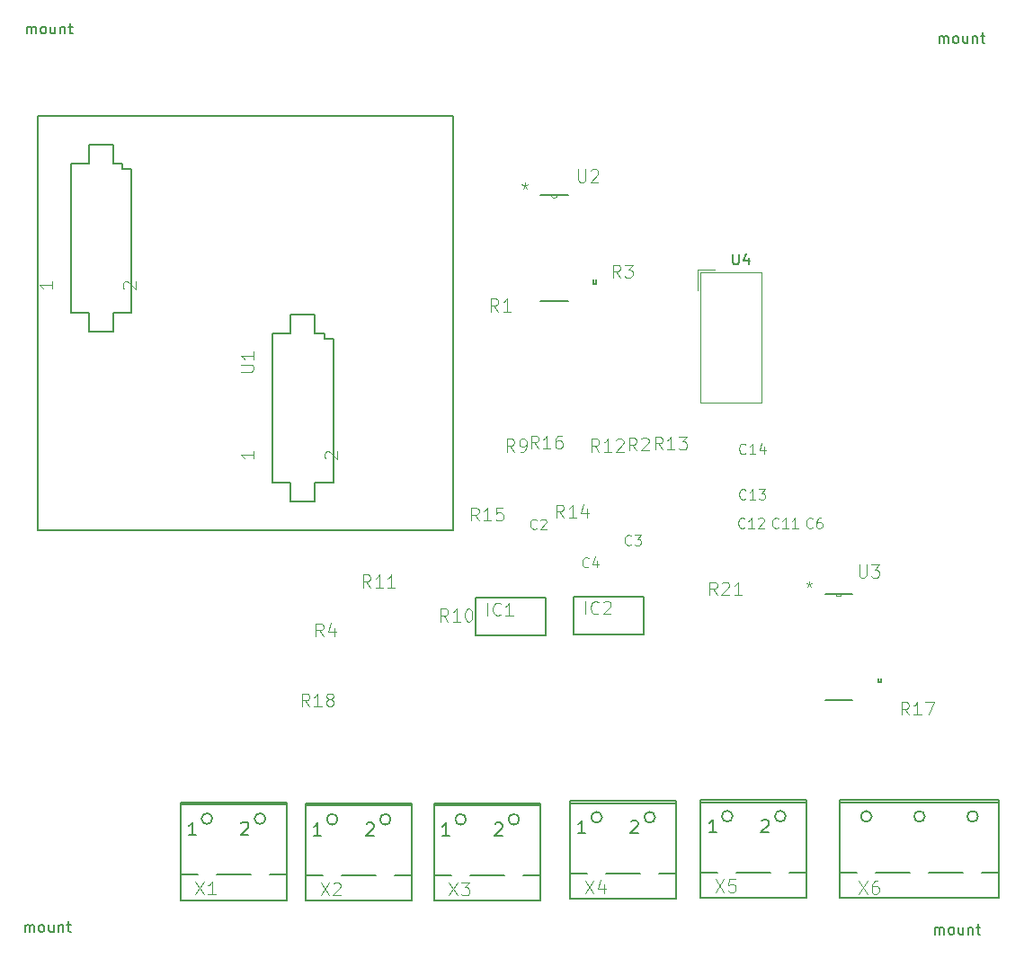
<source format=gbr>
%TF.GenerationSoftware,KiCad,Pcbnew,(5.1.9)-1*%
%TF.CreationDate,2021-09-13T10:00:27+00:00*%
%TF.ProjectId,CZTBoardV3,435a5442-6f61-4726-9456-332e6b696361,rev?*%
%TF.SameCoordinates,Original*%
%TF.FileFunction,Legend,Top*%
%TF.FilePolarity,Positive*%
%FSLAX46Y46*%
G04 Gerber Fmt 4.6, Leading zero omitted, Abs format (unit mm)*
G04 Created by KiCad (PCBNEW (5.1.9)-1) date 2021-09-13 10:00:27*
%MOMM*%
%LPD*%
G01*
G04 APERTURE LIST*
%ADD10C,0.127000*%
%ADD11C,0.152400*%
%ADD12C,0.120000*%
%ADD13C,0.203200*%
%ADD14C,0.077216*%
%ADD15C,0.096520*%
%ADD16C,0.101600*%
%ADD17C,0.150000*%
%ADD18C,0.120650*%
%ADD19C,0.076200*%
G04 APERTURE END LIST*
D10*
%TO.C,U1*%
X155150000Y-73750000D02*
X116090000Y-73750000D01*
X155150000Y-112810000D02*
X155150000Y-73750000D01*
X116090000Y-112810000D02*
X155150000Y-112810000D01*
X116090000Y-73750000D02*
X116090000Y-112810000D01*
X120883400Y-76450500D02*
X123169400Y-76450500D01*
X120883400Y-78228500D02*
X120883400Y-76450500D01*
X119168900Y-78228500D02*
X120883400Y-78228500D01*
X119168900Y-92325500D02*
X119168900Y-78228500D01*
X120883400Y-92325500D02*
X119168900Y-92325500D01*
X120883400Y-94103500D02*
X120883400Y-92325500D01*
X123169400Y-94103500D02*
X120883400Y-94103500D01*
X123169400Y-92325500D02*
X123169400Y-94103500D01*
X124883900Y-92325500D02*
X123169400Y-92325500D01*
X124883900Y-78736500D02*
X124883900Y-92325500D01*
X124058400Y-78736500D02*
X124883900Y-78736500D01*
X124058400Y-78228500D02*
X124058400Y-78736500D01*
X123169400Y-78228500D02*
X124058400Y-78228500D01*
X123169400Y-76450500D02*
X123169400Y-78228500D01*
X139877000Y-92453500D02*
X142163000Y-92453500D01*
X139877000Y-94231500D02*
X139877000Y-92453500D01*
X138162500Y-94231500D02*
X139877000Y-94231500D01*
X138162500Y-108328500D02*
X138162500Y-94231500D01*
X139877000Y-108328500D02*
X138162500Y-108328500D01*
X139877000Y-110106500D02*
X139877000Y-108328500D01*
X142163000Y-110106500D02*
X139877000Y-110106500D01*
X142163000Y-108328500D02*
X142163000Y-110106500D01*
X143877500Y-108328500D02*
X142163000Y-108328500D01*
X143877500Y-94739500D02*
X143877500Y-108328500D01*
X143052000Y-94739500D02*
X143877500Y-94739500D01*
X143052000Y-94231500D02*
X143052000Y-94739500D01*
X142163000Y-94231500D02*
X143052000Y-94231500D01*
X142163000Y-92453500D02*
X142163000Y-94231500D01*
D11*
%TO.C,X6*%
X199601800Y-139760200D02*
G75*
G03*
X199601800Y-139760200I-508000J0D01*
G01*
X204605600Y-139760200D02*
G75*
G03*
X204605600Y-139760200I-508000J0D01*
G01*
X194598000Y-139760200D02*
G75*
G03*
X194598000Y-139760200I-508000J0D01*
G01*
X191601000Y-138439000D02*
X191601000Y-138236000D01*
X206587000Y-138439000D02*
X206587000Y-145043000D01*
X206587000Y-138439000D02*
X191601000Y-138439000D01*
X206587000Y-145043000D02*
X206587000Y-147431000D01*
X191601000Y-145043000D02*
X191601000Y-138439000D01*
X204987000Y-145043000D02*
X206587000Y-145043000D01*
X199983000Y-145043000D02*
X203209000Y-145043000D01*
X194979000Y-145043000D02*
X198205000Y-145043000D01*
X191601000Y-145043000D02*
X193201000Y-145043000D01*
X191601000Y-147431000D02*
X191601000Y-145043000D01*
X206587000Y-138236000D02*
X191601000Y-138236000D01*
X206587000Y-138236000D02*
X206587000Y-138439000D01*
X191601000Y-147431000D02*
X206587000Y-147431000D01*
%TO.C,X5*%
X186501800Y-139740200D02*
G75*
G03*
X186501800Y-139740200I-508000J0D01*
G01*
X181498000Y-139740200D02*
G75*
G03*
X181498000Y-139740200I-508000J0D01*
G01*
X188483000Y-138419000D02*
X188483000Y-145023000D01*
X178501000Y-138419000D02*
X178501000Y-138216000D01*
X178501000Y-138419000D02*
X188483000Y-138419000D01*
X188483000Y-145023000D02*
X188483000Y-147411000D01*
X178501000Y-145023000D02*
X178501000Y-138419000D01*
X186883000Y-145023000D02*
X188483000Y-145023000D01*
X181879000Y-145023000D02*
X185105000Y-145023000D01*
X178501000Y-145023000D02*
X180101000Y-145023000D01*
X178501000Y-147411000D02*
X178501000Y-145023000D01*
X188483000Y-138216000D02*
X178501000Y-138216000D01*
X188483000Y-138216000D02*
X188483000Y-138419000D01*
X178501000Y-147411000D02*
X188483000Y-147411000D01*
%TO.C,X4*%
X174201800Y-139840200D02*
G75*
G03*
X174201800Y-139840200I-508000J0D01*
G01*
X169198000Y-139840200D02*
G75*
G03*
X169198000Y-139840200I-508000J0D01*
G01*
X176183000Y-138519000D02*
X176183000Y-145123000D01*
X166201000Y-138519000D02*
X166201000Y-138316000D01*
X166201000Y-138519000D02*
X176183000Y-138519000D01*
X176183000Y-145123000D02*
X176183000Y-147511000D01*
X166201000Y-145123000D02*
X166201000Y-138519000D01*
X174583000Y-145123000D02*
X176183000Y-145123000D01*
X169579000Y-145123000D02*
X172805000Y-145123000D01*
X166201000Y-145123000D02*
X167801000Y-145123000D01*
X166201000Y-147511000D02*
X166201000Y-145123000D01*
X176183000Y-138316000D02*
X166201000Y-138316000D01*
X176183000Y-138316000D02*
X176183000Y-138519000D01*
X166201000Y-147511000D02*
X176183000Y-147511000D01*
%TO.C,X3*%
X161401800Y-140040200D02*
G75*
G03*
X161401800Y-140040200I-508000J0D01*
G01*
X156398000Y-140040200D02*
G75*
G03*
X156398000Y-140040200I-508000J0D01*
G01*
X163383000Y-138719000D02*
X163383000Y-145323000D01*
X153401000Y-138719000D02*
X153401000Y-138516000D01*
X153401000Y-138719000D02*
X163383000Y-138719000D01*
X163383000Y-145323000D02*
X163383000Y-147711000D01*
X153401000Y-145323000D02*
X153401000Y-138719000D01*
X161783000Y-145323000D02*
X163383000Y-145323000D01*
X156779000Y-145323000D02*
X160005000Y-145323000D01*
X153401000Y-145323000D02*
X155001000Y-145323000D01*
X153401000Y-147711000D02*
X153401000Y-145323000D01*
X163383000Y-138516000D02*
X153401000Y-138516000D01*
X163383000Y-138516000D02*
X163383000Y-138719000D01*
X153401000Y-147711000D02*
X163383000Y-147711000D01*
%TO.C,X2*%
X149301800Y-140040200D02*
G75*
G03*
X149301800Y-140040200I-508000J0D01*
G01*
X144298000Y-140040200D02*
G75*
G03*
X144298000Y-140040200I-508000J0D01*
G01*
X151283000Y-138719000D02*
X151283000Y-145323000D01*
X141301000Y-138719000D02*
X141301000Y-138516000D01*
X141301000Y-138719000D02*
X151283000Y-138719000D01*
X151283000Y-145323000D02*
X151283000Y-147711000D01*
X141301000Y-145323000D02*
X141301000Y-138719000D01*
X149683000Y-145323000D02*
X151283000Y-145323000D01*
X144679000Y-145323000D02*
X147905000Y-145323000D01*
X141301000Y-145323000D02*
X142901000Y-145323000D01*
X141301000Y-147711000D02*
X141301000Y-145323000D01*
X151283000Y-138516000D02*
X141301000Y-138516000D01*
X151283000Y-138516000D02*
X151283000Y-138719000D01*
X141301000Y-147711000D02*
X151283000Y-147711000D01*
%TO.C,X1*%
X137501800Y-139970200D02*
G75*
G03*
X137501800Y-139970200I-508000J0D01*
G01*
X132498000Y-139970200D02*
G75*
G03*
X132498000Y-139970200I-508000J0D01*
G01*
X139483000Y-138649000D02*
X139483000Y-145253000D01*
X129501000Y-138649000D02*
X129501000Y-138446000D01*
X129501000Y-138649000D02*
X139483000Y-138649000D01*
X139483000Y-145253000D02*
X139483000Y-147641000D01*
X129501000Y-145253000D02*
X129501000Y-138649000D01*
X137883000Y-145253000D02*
X139483000Y-145253000D01*
X132879000Y-145253000D02*
X136105000Y-145253000D01*
X129501000Y-145253000D02*
X131101000Y-145253000D01*
X129501000Y-147641000D02*
X129501000Y-145253000D01*
X139483000Y-138446000D02*
X129501000Y-138446000D01*
X139483000Y-138446000D02*
X139483000Y-138649000D01*
X129501000Y-147641000D02*
X139483000Y-147641000D01*
D12*
%TO.C,U4*%
X178190000Y-88220000D02*
X179800000Y-88220000D01*
X178190000Y-88220000D02*
X178190000Y-90220000D01*
X178470000Y-100760000D02*
X178470000Y-88510000D01*
X184230000Y-100760000D02*
X178470000Y-100760000D01*
X184230000Y-88500000D02*
X184230000Y-100760000D01*
X178480000Y-88500000D02*
X184220000Y-88500000D01*
D11*
%TO.C,U3*%
X195208400Y-127122800D02*
X195208400Y-126767200D01*
X195462400Y-127122800D02*
X195208400Y-127122800D01*
X195462400Y-126767200D02*
X195462400Y-127122800D01*
X191195200Y-118766200D02*
X190204600Y-118766200D01*
X191804800Y-118766200D02*
X191195200Y-118766200D01*
X192795400Y-118766200D02*
X191804800Y-118766200D01*
X190204600Y-128773800D02*
X192795400Y-128773800D01*
D12*
X191195200Y-118766200D02*
G75*
G03*
X191804800Y-118766200I304800J0D01*
G01*
D11*
%TO.C,U2*%
X168428400Y-89562800D02*
X168428400Y-89207200D01*
X168682400Y-89562800D02*
X168428400Y-89562800D01*
X168682400Y-89207200D02*
X168682400Y-89562800D01*
X164415200Y-81206200D02*
X163424600Y-81206200D01*
X165024800Y-81206200D02*
X164415200Y-81206200D01*
X166015400Y-81206200D02*
X165024800Y-81206200D01*
X163424600Y-91213800D02*
X166015400Y-91213800D01*
D12*
X164415200Y-81206200D02*
G75*
G03*
X165024800Y-81206200I304800J0D01*
G01*
D13*
%TO.C,IC2*%
X166533000Y-119032000D02*
X173087000Y-119032000D01*
X166533000Y-122588000D02*
X166533000Y-119032000D01*
X173087000Y-122588000D02*
X166533000Y-122588000D01*
X173087000Y-119032000D02*
X173087000Y-122588000D01*
%TO.C,IC1*%
X157313000Y-119172000D02*
X163867000Y-119172000D01*
X157313000Y-122728000D02*
X157313000Y-119172000D01*
X163867000Y-122728000D02*
X157313000Y-122728000D01*
X163867000Y-119172000D02*
X163867000Y-122728000D01*
%TO.C,C14*%
D14*
X182721542Y-105512114D02*
X182675580Y-105558076D01*
X182537695Y-105604038D01*
X182445771Y-105604038D01*
X182307885Y-105558076D01*
X182215961Y-105466152D01*
X182169999Y-105374228D01*
X182124038Y-105190380D01*
X182124038Y-105052495D01*
X182169999Y-104868647D01*
X182215961Y-104776723D01*
X182307885Y-104684800D01*
X182445771Y-104638838D01*
X182537695Y-104638838D01*
X182675580Y-104684800D01*
X182721542Y-104730761D01*
X183640780Y-105604038D02*
X183089238Y-105604038D01*
X183365009Y-105604038D02*
X183365009Y-104638838D01*
X183273085Y-104776723D01*
X183181161Y-104868647D01*
X183089238Y-104914609D01*
X184468095Y-104960571D02*
X184468095Y-105604038D01*
X184238285Y-104592876D02*
X184008476Y-105282304D01*
X184605980Y-105282304D01*
%TO.C,C11*%
X185821542Y-112512114D02*
X185775580Y-112558076D01*
X185637695Y-112604038D01*
X185545771Y-112604038D01*
X185407885Y-112558076D01*
X185315961Y-112466152D01*
X185269999Y-112374228D01*
X185224038Y-112190380D01*
X185224038Y-112052495D01*
X185269999Y-111868647D01*
X185315961Y-111776723D01*
X185407885Y-111684800D01*
X185545771Y-111638838D01*
X185637695Y-111638838D01*
X185775580Y-111684800D01*
X185821542Y-111730761D01*
X186740780Y-112604038D02*
X186189238Y-112604038D01*
X186465009Y-112604038D02*
X186465009Y-111638838D01*
X186373085Y-111776723D01*
X186281161Y-111868647D01*
X186189238Y-111914609D01*
X187660018Y-112604038D02*
X187108476Y-112604038D01*
X187384247Y-112604038D02*
X187384247Y-111638838D01*
X187292323Y-111776723D01*
X187200399Y-111868647D01*
X187108476Y-111914609D01*
%TO.C,C12*%
X182621542Y-112512114D02*
X182575580Y-112558076D01*
X182437695Y-112604038D01*
X182345771Y-112604038D01*
X182207885Y-112558076D01*
X182115961Y-112466152D01*
X182069999Y-112374228D01*
X182024038Y-112190380D01*
X182024038Y-112052495D01*
X182069999Y-111868647D01*
X182115961Y-111776723D01*
X182207885Y-111684800D01*
X182345771Y-111638838D01*
X182437695Y-111638838D01*
X182575580Y-111684800D01*
X182621542Y-111730761D01*
X183540780Y-112604038D02*
X182989238Y-112604038D01*
X183265009Y-112604038D02*
X183265009Y-111638838D01*
X183173085Y-111776723D01*
X183081161Y-111868647D01*
X182989238Y-111914609D01*
X183908476Y-111730761D02*
X183954438Y-111684800D01*
X184046361Y-111638838D01*
X184276171Y-111638838D01*
X184368095Y-111684800D01*
X184414057Y-111730761D01*
X184460018Y-111822685D01*
X184460018Y-111914609D01*
X184414057Y-112052495D01*
X183862514Y-112604038D01*
X184460018Y-112604038D01*
%TO.C,C13*%
X182721542Y-109812114D02*
X182675580Y-109858076D01*
X182537695Y-109904038D01*
X182445771Y-109904038D01*
X182307885Y-109858076D01*
X182215961Y-109766152D01*
X182169999Y-109674228D01*
X182124038Y-109490380D01*
X182124038Y-109352495D01*
X182169999Y-109168647D01*
X182215961Y-109076723D01*
X182307885Y-108984800D01*
X182445771Y-108938838D01*
X182537695Y-108938838D01*
X182675580Y-108984800D01*
X182721542Y-109030761D01*
X183640780Y-109904038D02*
X183089238Y-109904038D01*
X183365009Y-109904038D02*
X183365009Y-108938838D01*
X183273085Y-109076723D01*
X183181161Y-109168647D01*
X183089238Y-109214609D01*
X183962514Y-108938838D02*
X184560018Y-108938838D01*
X184238285Y-109306533D01*
X184376171Y-109306533D01*
X184468095Y-109352495D01*
X184514057Y-109398457D01*
X184560018Y-109490380D01*
X184560018Y-109720190D01*
X184514057Y-109812114D01*
X184468095Y-109858076D01*
X184376171Y-109904038D01*
X184100399Y-109904038D01*
X184008476Y-109858076D01*
X183962514Y-109812114D01*
%TO.C,C6*%
X189021542Y-112512114D02*
X188975580Y-112558076D01*
X188837695Y-112604038D01*
X188745771Y-112604038D01*
X188607885Y-112558076D01*
X188515961Y-112466152D01*
X188469999Y-112374228D01*
X188424038Y-112190380D01*
X188424038Y-112052495D01*
X188469999Y-111868647D01*
X188515961Y-111776723D01*
X188607885Y-111684800D01*
X188745771Y-111638838D01*
X188837695Y-111638838D01*
X188975580Y-111684800D01*
X189021542Y-111730761D01*
X189848857Y-111638838D02*
X189665009Y-111638838D01*
X189573085Y-111684800D01*
X189527123Y-111730761D01*
X189435199Y-111868647D01*
X189389238Y-112052495D01*
X189389238Y-112420190D01*
X189435199Y-112512114D01*
X189481161Y-112558076D01*
X189573085Y-112604038D01*
X189756933Y-112604038D01*
X189848857Y-112558076D01*
X189894818Y-112512114D01*
X189940780Y-112420190D01*
X189940780Y-112190380D01*
X189894818Y-112098457D01*
X189848857Y-112052495D01*
X189756933Y-112006533D01*
X189573085Y-112006533D01*
X189481161Y-112052495D01*
X189435199Y-112098457D01*
X189389238Y-112190380D01*
%TO.C,C3*%
X171936723Y-114112114D02*
X171890761Y-114158076D01*
X171752876Y-114204038D01*
X171660952Y-114204038D01*
X171523066Y-114158076D01*
X171431142Y-114066152D01*
X171385181Y-113974228D01*
X171339219Y-113790380D01*
X171339219Y-113652495D01*
X171385181Y-113468647D01*
X171431142Y-113376723D01*
X171523066Y-113284800D01*
X171660952Y-113238838D01*
X171752876Y-113238838D01*
X171890761Y-113284800D01*
X171936723Y-113330761D01*
X172258457Y-113238838D02*
X172855961Y-113238838D01*
X172534228Y-113606533D01*
X172672114Y-113606533D01*
X172764038Y-113652495D01*
X172810000Y-113698457D01*
X172855961Y-113790380D01*
X172855961Y-114020190D01*
X172810000Y-114112114D01*
X172764038Y-114158076D01*
X172672114Y-114204038D01*
X172396342Y-114204038D01*
X172304419Y-114158076D01*
X172258457Y-114112114D01*
%TO.C,C4*%
X167936723Y-116212114D02*
X167890761Y-116258076D01*
X167752876Y-116304038D01*
X167660952Y-116304038D01*
X167523066Y-116258076D01*
X167431142Y-116166152D01*
X167385181Y-116074228D01*
X167339219Y-115890380D01*
X167339219Y-115752495D01*
X167385181Y-115568647D01*
X167431142Y-115476723D01*
X167523066Y-115384800D01*
X167660952Y-115338838D01*
X167752876Y-115338838D01*
X167890761Y-115384800D01*
X167936723Y-115430761D01*
X168764038Y-115660571D02*
X168764038Y-116304038D01*
X168534228Y-115292876D02*
X168304419Y-115982304D01*
X168901923Y-115982304D01*
%TO.C,C2*%
X163036723Y-112612114D02*
X162990761Y-112658076D01*
X162852876Y-112704038D01*
X162760952Y-112704038D01*
X162623066Y-112658076D01*
X162531142Y-112566152D01*
X162485181Y-112474228D01*
X162439219Y-112290380D01*
X162439219Y-112152495D01*
X162485181Y-111968647D01*
X162531142Y-111876723D01*
X162623066Y-111784800D01*
X162760952Y-111738838D01*
X162852876Y-111738838D01*
X162990761Y-111784800D01*
X163036723Y-111830761D01*
X163404419Y-111830761D02*
X163450381Y-111784800D01*
X163542304Y-111738838D01*
X163772114Y-111738838D01*
X163864038Y-111784800D01*
X163910000Y-111830761D01*
X163955961Y-111922685D01*
X163955961Y-112014609D01*
X163910000Y-112152495D01*
X163358457Y-112704038D01*
X163955961Y-112704038D01*
%TO.C,R1*%
D15*
X159429428Y-92192547D02*
X159027261Y-91618023D01*
X158739999Y-92192547D02*
X158739999Y-90986047D01*
X159199618Y-90986047D01*
X159314523Y-91043500D01*
X159371976Y-91100952D01*
X159429428Y-91215857D01*
X159429428Y-91388214D01*
X159371976Y-91503119D01*
X159314523Y-91560571D01*
X159199618Y-91618023D01*
X158739999Y-91618023D01*
X160578476Y-92192547D02*
X159889047Y-92192547D01*
X160233761Y-92192547D02*
X160233761Y-90986047D01*
X160118857Y-91158404D01*
X160003952Y-91273309D01*
X159889047Y-91330761D01*
%TO.C,R2*%
X172448404Y-105292547D02*
X172046238Y-104718023D01*
X171758976Y-105292547D02*
X171758976Y-104086047D01*
X172218595Y-104086047D01*
X172333500Y-104143500D01*
X172390952Y-104200952D01*
X172448404Y-104315857D01*
X172448404Y-104488214D01*
X172390952Y-104603119D01*
X172333500Y-104660571D01*
X172218595Y-104718023D01*
X171758976Y-104718023D01*
X172908023Y-104200952D02*
X172965476Y-104143500D01*
X173080381Y-104086047D01*
X173367642Y-104086047D01*
X173482547Y-104143500D01*
X173540000Y-104200952D01*
X173597452Y-104315857D01*
X173597452Y-104430761D01*
X173540000Y-104603119D01*
X172850571Y-105292547D01*
X173597452Y-105292547D01*
%TO.C,R3*%
X170929428Y-88992547D02*
X170527261Y-88418023D01*
X170239999Y-88992547D02*
X170239999Y-87786047D01*
X170699618Y-87786047D01*
X170814523Y-87843500D01*
X170871976Y-87900952D01*
X170929428Y-88015857D01*
X170929428Y-88188214D01*
X170871976Y-88303119D01*
X170814523Y-88360571D01*
X170699618Y-88418023D01*
X170239999Y-88418023D01*
X171331595Y-87786047D02*
X172078476Y-87786047D01*
X171676309Y-88245666D01*
X171848666Y-88245666D01*
X171963571Y-88303119D01*
X172021023Y-88360571D01*
X172078476Y-88475476D01*
X172078476Y-88762738D01*
X172021023Y-88877642D01*
X171963571Y-88935095D01*
X171848666Y-88992547D01*
X171503952Y-88992547D01*
X171389047Y-88935095D01*
X171331595Y-88877642D01*
%TO.C,R4*%
X142948404Y-122792547D02*
X142546238Y-122218023D01*
X142258976Y-122792547D02*
X142258976Y-121586047D01*
X142718595Y-121586047D01*
X142833500Y-121643500D01*
X142890952Y-121700952D01*
X142948404Y-121815857D01*
X142948404Y-121988214D01*
X142890952Y-122103119D01*
X142833500Y-122160571D01*
X142718595Y-122218023D01*
X142258976Y-122218023D01*
X143982547Y-121988214D02*
X143982547Y-122792547D01*
X143695285Y-121528595D02*
X143408023Y-122390380D01*
X144154904Y-122390380D01*
%TO.C,R9*%
X160948404Y-105392547D02*
X160546238Y-104818023D01*
X160258976Y-105392547D02*
X160258976Y-104186047D01*
X160718595Y-104186047D01*
X160833500Y-104243500D01*
X160890952Y-104300952D01*
X160948404Y-104415857D01*
X160948404Y-104588214D01*
X160890952Y-104703119D01*
X160833500Y-104760571D01*
X160718595Y-104818023D01*
X160258976Y-104818023D01*
X161522928Y-105392547D02*
X161752738Y-105392547D01*
X161867642Y-105335095D01*
X161925095Y-105277642D01*
X162040000Y-105105285D01*
X162097452Y-104875476D01*
X162097452Y-104415857D01*
X162040000Y-104300952D01*
X161982547Y-104243500D01*
X161867642Y-104186047D01*
X161637833Y-104186047D01*
X161522928Y-104243500D01*
X161465476Y-104300952D01*
X161408023Y-104415857D01*
X161408023Y-104703119D01*
X161465476Y-104818023D01*
X161522928Y-104875476D01*
X161637833Y-104932928D01*
X161867642Y-104932928D01*
X161982547Y-104875476D01*
X162040000Y-104818023D01*
X162097452Y-104703119D01*
%TO.C,R10*%
X154699357Y-121392547D02*
X154297190Y-120818023D01*
X154009928Y-121392547D02*
X154009928Y-120186047D01*
X154469547Y-120186047D01*
X154584452Y-120243500D01*
X154641904Y-120300952D01*
X154699357Y-120415857D01*
X154699357Y-120588214D01*
X154641904Y-120703119D01*
X154584452Y-120760571D01*
X154469547Y-120818023D01*
X154009928Y-120818023D01*
X155848404Y-121392547D02*
X155158976Y-121392547D01*
X155503690Y-121392547D02*
X155503690Y-120186047D01*
X155388785Y-120358404D01*
X155273881Y-120473309D01*
X155158976Y-120530761D01*
X156595285Y-120186047D02*
X156710190Y-120186047D01*
X156825095Y-120243500D01*
X156882547Y-120300952D01*
X156940000Y-120415857D01*
X156997452Y-120645666D01*
X156997452Y-120932928D01*
X156940000Y-121162738D01*
X156882547Y-121277642D01*
X156825095Y-121335095D01*
X156710190Y-121392547D01*
X156595285Y-121392547D01*
X156480381Y-121335095D01*
X156422928Y-121277642D01*
X156365476Y-121162738D01*
X156308023Y-120932928D01*
X156308023Y-120645666D01*
X156365476Y-120415857D01*
X156422928Y-120300952D01*
X156480381Y-120243500D01*
X156595285Y-120186047D01*
%TO.C,R11*%
X147399357Y-118192547D02*
X146997190Y-117618023D01*
X146709928Y-118192547D02*
X146709928Y-116986047D01*
X147169547Y-116986047D01*
X147284452Y-117043500D01*
X147341904Y-117100952D01*
X147399357Y-117215857D01*
X147399357Y-117388214D01*
X147341904Y-117503119D01*
X147284452Y-117560571D01*
X147169547Y-117618023D01*
X146709928Y-117618023D01*
X148548404Y-118192547D02*
X147858976Y-118192547D01*
X148203690Y-118192547D02*
X148203690Y-116986047D01*
X148088785Y-117158404D01*
X147973881Y-117273309D01*
X147858976Y-117330761D01*
X149697452Y-118192547D02*
X149008023Y-118192547D01*
X149352738Y-118192547D02*
X149352738Y-116986047D01*
X149237833Y-117158404D01*
X149122928Y-117273309D01*
X149008023Y-117330761D01*
%TO.C,R12*%
X168929428Y-105392547D02*
X168527261Y-104818023D01*
X168239999Y-105392547D02*
X168239999Y-104186047D01*
X168699618Y-104186047D01*
X168814523Y-104243500D01*
X168871976Y-104300952D01*
X168929428Y-104415857D01*
X168929428Y-104588214D01*
X168871976Y-104703119D01*
X168814523Y-104760571D01*
X168699618Y-104818023D01*
X168239999Y-104818023D01*
X170078476Y-105392547D02*
X169389047Y-105392547D01*
X169733761Y-105392547D02*
X169733761Y-104186047D01*
X169618857Y-104358404D01*
X169503952Y-104473309D01*
X169389047Y-104530761D01*
X170538095Y-104300952D02*
X170595547Y-104243500D01*
X170710452Y-104186047D01*
X170997714Y-104186047D01*
X171112618Y-104243500D01*
X171170071Y-104300952D01*
X171227523Y-104415857D01*
X171227523Y-104530761D01*
X171170071Y-104703119D01*
X170480642Y-105392547D01*
X171227523Y-105392547D01*
%TO.C,R13*%
X174899357Y-105192547D02*
X174497190Y-104618023D01*
X174209928Y-105192547D02*
X174209928Y-103986047D01*
X174669547Y-103986047D01*
X174784452Y-104043500D01*
X174841904Y-104100952D01*
X174899357Y-104215857D01*
X174899357Y-104388214D01*
X174841904Y-104503119D01*
X174784452Y-104560571D01*
X174669547Y-104618023D01*
X174209928Y-104618023D01*
X176048404Y-105192547D02*
X175358976Y-105192547D01*
X175703690Y-105192547D02*
X175703690Y-103986047D01*
X175588785Y-104158404D01*
X175473881Y-104273309D01*
X175358976Y-104330761D01*
X176450571Y-103986047D02*
X177197452Y-103986047D01*
X176795285Y-104445666D01*
X176967642Y-104445666D01*
X177082547Y-104503119D01*
X177140000Y-104560571D01*
X177197452Y-104675476D01*
X177197452Y-104962738D01*
X177140000Y-105077642D01*
X177082547Y-105135095D01*
X176967642Y-105192547D01*
X176622928Y-105192547D01*
X176508023Y-105135095D01*
X176450571Y-105077642D01*
%TO.C,R14*%
X165599357Y-111592547D02*
X165197190Y-111018023D01*
X164909928Y-111592547D02*
X164909928Y-110386047D01*
X165369547Y-110386047D01*
X165484452Y-110443500D01*
X165541904Y-110500952D01*
X165599357Y-110615857D01*
X165599357Y-110788214D01*
X165541904Y-110903119D01*
X165484452Y-110960571D01*
X165369547Y-111018023D01*
X164909928Y-111018023D01*
X166748404Y-111592547D02*
X166058976Y-111592547D01*
X166403690Y-111592547D02*
X166403690Y-110386047D01*
X166288785Y-110558404D01*
X166173881Y-110673309D01*
X166058976Y-110730761D01*
X167782547Y-110788214D02*
X167782547Y-111592547D01*
X167495285Y-110328595D02*
X167208023Y-111190380D01*
X167954904Y-111190380D01*
%TO.C,R15*%
X157599357Y-111892547D02*
X157197190Y-111318023D01*
X156909928Y-111892547D02*
X156909928Y-110686047D01*
X157369547Y-110686047D01*
X157484452Y-110743500D01*
X157541904Y-110800952D01*
X157599357Y-110915857D01*
X157599357Y-111088214D01*
X157541904Y-111203119D01*
X157484452Y-111260571D01*
X157369547Y-111318023D01*
X156909928Y-111318023D01*
X158748404Y-111892547D02*
X158058976Y-111892547D01*
X158403690Y-111892547D02*
X158403690Y-110686047D01*
X158288785Y-110858404D01*
X158173881Y-110973309D01*
X158058976Y-111030761D01*
X159840000Y-110686047D02*
X159265476Y-110686047D01*
X159208023Y-111260571D01*
X159265476Y-111203119D01*
X159380381Y-111145666D01*
X159667642Y-111145666D01*
X159782547Y-111203119D01*
X159840000Y-111260571D01*
X159897452Y-111375476D01*
X159897452Y-111662738D01*
X159840000Y-111777642D01*
X159782547Y-111835095D01*
X159667642Y-111892547D01*
X159380381Y-111892547D01*
X159265476Y-111835095D01*
X159208023Y-111777642D01*
%TO.C,R16*%
X163199357Y-105092547D02*
X162797190Y-104518023D01*
X162509928Y-105092547D02*
X162509928Y-103886047D01*
X162969547Y-103886047D01*
X163084452Y-103943500D01*
X163141904Y-104000952D01*
X163199357Y-104115857D01*
X163199357Y-104288214D01*
X163141904Y-104403119D01*
X163084452Y-104460571D01*
X162969547Y-104518023D01*
X162509928Y-104518023D01*
X164348404Y-105092547D02*
X163658976Y-105092547D01*
X164003690Y-105092547D02*
X164003690Y-103886047D01*
X163888785Y-104058404D01*
X163773881Y-104173309D01*
X163658976Y-104230761D01*
X165382547Y-103886047D02*
X165152738Y-103886047D01*
X165037833Y-103943500D01*
X164980381Y-104000952D01*
X164865476Y-104173309D01*
X164808023Y-104403119D01*
X164808023Y-104862738D01*
X164865476Y-104977642D01*
X164922928Y-105035095D01*
X165037833Y-105092547D01*
X165267642Y-105092547D01*
X165382547Y-105035095D01*
X165440000Y-104977642D01*
X165497452Y-104862738D01*
X165497452Y-104575476D01*
X165440000Y-104460571D01*
X165382547Y-104403119D01*
X165267642Y-104345666D01*
X165037833Y-104345666D01*
X164922928Y-104403119D01*
X164865476Y-104460571D01*
X164808023Y-104575476D01*
%TO.C,R17*%
X198099357Y-130192547D02*
X197697190Y-129618023D01*
X197409928Y-130192547D02*
X197409928Y-128986047D01*
X197869547Y-128986047D01*
X197984452Y-129043500D01*
X198041904Y-129100952D01*
X198099357Y-129215857D01*
X198099357Y-129388214D01*
X198041904Y-129503119D01*
X197984452Y-129560571D01*
X197869547Y-129618023D01*
X197409928Y-129618023D01*
X199248404Y-130192547D02*
X198558976Y-130192547D01*
X198903690Y-130192547D02*
X198903690Y-128986047D01*
X198788785Y-129158404D01*
X198673881Y-129273309D01*
X198558976Y-129330761D01*
X199650571Y-128986047D02*
X200454904Y-128986047D01*
X199937833Y-130192547D01*
%TO.C,R18*%
X141629428Y-129392547D02*
X141227261Y-128818023D01*
X140939999Y-129392547D02*
X140939999Y-128186047D01*
X141399618Y-128186047D01*
X141514523Y-128243500D01*
X141571976Y-128300952D01*
X141629428Y-128415857D01*
X141629428Y-128588214D01*
X141571976Y-128703119D01*
X141514523Y-128760571D01*
X141399618Y-128818023D01*
X140939999Y-128818023D01*
X142778476Y-129392547D02*
X142089047Y-129392547D01*
X142433761Y-129392547D02*
X142433761Y-128186047D01*
X142318857Y-128358404D01*
X142203952Y-128473309D01*
X142089047Y-128530761D01*
X143467904Y-128703119D02*
X143352999Y-128645666D01*
X143295547Y-128588214D01*
X143238095Y-128473309D01*
X143238095Y-128415857D01*
X143295547Y-128300952D01*
X143352999Y-128243500D01*
X143467904Y-128186047D01*
X143697714Y-128186047D01*
X143812618Y-128243500D01*
X143870071Y-128300952D01*
X143927523Y-128415857D01*
X143927523Y-128473309D01*
X143870071Y-128588214D01*
X143812618Y-128645666D01*
X143697714Y-128703119D01*
X143467904Y-128703119D01*
X143352999Y-128760571D01*
X143295547Y-128818023D01*
X143238095Y-128932928D01*
X143238095Y-129162738D01*
X143295547Y-129277642D01*
X143352999Y-129335095D01*
X143467904Y-129392547D01*
X143697714Y-129392547D01*
X143812618Y-129335095D01*
X143870071Y-129277642D01*
X143927523Y-129162738D01*
X143927523Y-128932928D01*
X143870071Y-128818023D01*
X143812618Y-128760571D01*
X143697714Y-128703119D01*
%TO.C,R21*%
X180029428Y-118892547D02*
X179627261Y-118318023D01*
X179339999Y-118892547D02*
X179339999Y-117686047D01*
X179799618Y-117686047D01*
X179914523Y-117743500D01*
X179971976Y-117800952D01*
X180029428Y-117915857D01*
X180029428Y-118088214D01*
X179971976Y-118203119D01*
X179914523Y-118260571D01*
X179799618Y-118318023D01*
X179339999Y-118318023D01*
X180489047Y-117800952D02*
X180546499Y-117743500D01*
X180661404Y-117686047D01*
X180948666Y-117686047D01*
X181063571Y-117743500D01*
X181121023Y-117800952D01*
X181178476Y-117915857D01*
X181178476Y-118030761D01*
X181121023Y-118203119D01*
X180431595Y-118892547D01*
X181178476Y-118892547D01*
X182327523Y-118892547D02*
X181638095Y-118892547D01*
X181982809Y-118892547D02*
X181982809Y-117686047D01*
X181867904Y-117858404D01*
X181752999Y-117973309D01*
X181638095Y-118030761D01*
%TO.C,U1*%
X135184047Y-97882000D02*
X136160738Y-97882000D01*
X136275642Y-97824547D01*
X136333095Y-97767095D01*
X136390547Y-97652190D01*
X136390547Y-97422381D01*
X136333095Y-97307476D01*
X136275642Y-97250023D01*
X136160738Y-97192571D01*
X135184047Y-97192571D01*
X136390547Y-95986071D02*
X136390547Y-96675500D01*
X136390547Y-96330785D02*
X135184047Y-96330785D01*
X135356404Y-96445690D01*
X135471309Y-96560595D01*
X135528761Y-96675500D01*
D16*
X124179352Y-90061150D02*
X124121900Y-90003698D01*
X124064447Y-89888793D01*
X124064447Y-89601531D01*
X124121900Y-89486626D01*
X124179352Y-89429174D01*
X124294257Y-89371721D01*
X124409161Y-89371721D01*
X124581519Y-89429174D01*
X125270947Y-90118602D01*
X125270947Y-89371721D01*
X117396947Y-89371721D02*
X117396947Y-90061150D01*
X117396947Y-89716436D02*
X116190447Y-89716436D01*
X116362804Y-89831340D01*
X116477709Y-89946245D01*
X116535161Y-90061150D01*
X143172952Y-106064150D02*
X143115500Y-106006698D01*
X143058047Y-105891793D01*
X143058047Y-105604531D01*
X143115500Y-105489626D01*
X143172952Y-105432174D01*
X143287857Y-105374721D01*
X143402761Y-105374721D01*
X143575119Y-105432174D01*
X144264547Y-106121602D01*
X144264547Y-105374721D01*
X136390547Y-105374721D02*
X136390547Y-106064150D01*
X136390547Y-105719436D02*
X135184047Y-105719436D01*
X135356404Y-105834340D01*
X135471309Y-105949245D01*
X135528761Y-106064150D01*
%TO.C,mount*%
D17*
X200958571Y-66912380D02*
X200958571Y-66245714D01*
X200958571Y-66340952D02*
X201006190Y-66293333D01*
X201101428Y-66245714D01*
X201244285Y-66245714D01*
X201339523Y-66293333D01*
X201387142Y-66388571D01*
X201387142Y-66912380D01*
X201387142Y-66388571D02*
X201434761Y-66293333D01*
X201530000Y-66245714D01*
X201672857Y-66245714D01*
X201768095Y-66293333D01*
X201815714Y-66388571D01*
X201815714Y-66912380D01*
X202434761Y-66912380D02*
X202339523Y-66864761D01*
X202291904Y-66817142D01*
X202244285Y-66721904D01*
X202244285Y-66436190D01*
X202291904Y-66340952D01*
X202339523Y-66293333D01*
X202434761Y-66245714D01*
X202577619Y-66245714D01*
X202672857Y-66293333D01*
X202720476Y-66340952D01*
X202768095Y-66436190D01*
X202768095Y-66721904D01*
X202720476Y-66817142D01*
X202672857Y-66864761D01*
X202577619Y-66912380D01*
X202434761Y-66912380D01*
X203625238Y-66245714D02*
X203625238Y-66912380D01*
X203196666Y-66245714D02*
X203196666Y-66769523D01*
X203244285Y-66864761D01*
X203339523Y-66912380D01*
X203482380Y-66912380D01*
X203577619Y-66864761D01*
X203625238Y-66817142D01*
X204101428Y-66245714D02*
X204101428Y-66912380D01*
X204101428Y-66340952D02*
X204149047Y-66293333D01*
X204244285Y-66245714D01*
X204387142Y-66245714D01*
X204482380Y-66293333D01*
X204530000Y-66388571D01*
X204530000Y-66912380D01*
X204863333Y-66245714D02*
X205244285Y-66245714D01*
X205006190Y-65912380D02*
X205006190Y-66769523D01*
X205053809Y-66864761D01*
X205149047Y-66912380D01*
X205244285Y-66912380D01*
X114878571Y-150632380D02*
X114878571Y-149965714D01*
X114878571Y-150060952D02*
X114926190Y-150013333D01*
X115021428Y-149965714D01*
X115164285Y-149965714D01*
X115259523Y-150013333D01*
X115307142Y-150108571D01*
X115307142Y-150632380D01*
X115307142Y-150108571D02*
X115354761Y-150013333D01*
X115450000Y-149965714D01*
X115592857Y-149965714D01*
X115688095Y-150013333D01*
X115735714Y-150108571D01*
X115735714Y-150632380D01*
X116354761Y-150632380D02*
X116259523Y-150584761D01*
X116211904Y-150537142D01*
X116164285Y-150441904D01*
X116164285Y-150156190D01*
X116211904Y-150060952D01*
X116259523Y-150013333D01*
X116354761Y-149965714D01*
X116497619Y-149965714D01*
X116592857Y-150013333D01*
X116640476Y-150060952D01*
X116688095Y-150156190D01*
X116688095Y-150441904D01*
X116640476Y-150537142D01*
X116592857Y-150584761D01*
X116497619Y-150632380D01*
X116354761Y-150632380D01*
X117545238Y-149965714D02*
X117545238Y-150632380D01*
X117116666Y-149965714D02*
X117116666Y-150489523D01*
X117164285Y-150584761D01*
X117259523Y-150632380D01*
X117402380Y-150632380D01*
X117497619Y-150584761D01*
X117545238Y-150537142D01*
X118021428Y-149965714D02*
X118021428Y-150632380D01*
X118021428Y-150060952D02*
X118069047Y-150013333D01*
X118164285Y-149965714D01*
X118307142Y-149965714D01*
X118402380Y-150013333D01*
X118450000Y-150108571D01*
X118450000Y-150632380D01*
X118783333Y-149965714D02*
X119164285Y-149965714D01*
X118926190Y-149632380D02*
X118926190Y-150489523D01*
X118973809Y-150584761D01*
X119069047Y-150632380D01*
X119164285Y-150632380D01*
X200548571Y-150872380D02*
X200548571Y-150205714D01*
X200548571Y-150300952D02*
X200596190Y-150253333D01*
X200691428Y-150205714D01*
X200834285Y-150205714D01*
X200929523Y-150253333D01*
X200977142Y-150348571D01*
X200977142Y-150872380D01*
X200977142Y-150348571D02*
X201024761Y-150253333D01*
X201120000Y-150205714D01*
X201262857Y-150205714D01*
X201358095Y-150253333D01*
X201405714Y-150348571D01*
X201405714Y-150872380D01*
X202024761Y-150872380D02*
X201929523Y-150824761D01*
X201881904Y-150777142D01*
X201834285Y-150681904D01*
X201834285Y-150396190D01*
X201881904Y-150300952D01*
X201929523Y-150253333D01*
X202024761Y-150205714D01*
X202167619Y-150205714D01*
X202262857Y-150253333D01*
X202310476Y-150300952D01*
X202358095Y-150396190D01*
X202358095Y-150681904D01*
X202310476Y-150777142D01*
X202262857Y-150824761D01*
X202167619Y-150872380D01*
X202024761Y-150872380D01*
X203215238Y-150205714D02*
X203215238Y-150872380D01*
X202786666Y-150205714D02*
X202786666Y-150729523D01*
X202834285Y-150824761D01*
X202929523Y-150872380D01*
X203072380Y-150872380D01*
X203167619Y-150824761D01*
X203215238Y-150777142D01*
X203691428Y-150205714D02*
X203691428Y-150872380D01*
X203691428Y-150300952D02*
X203739047Y-150253333D01*
X203834285Y-150205714D01*
X203977142Y-150205714D01*
X204072380Y-150253333D01*
X204120000Y-150348571D01*
X204120000Y-150872380D01*
X204453333Y-150205714D02*
X204834285Y-150205714D01*
X204596190Y-149872380D02*
X204596190Y-150729523D01*
X204643809Y-150824761D01*
X204739047Y-150872380D01*
X204834285Y-150872380D01*
X115038571Y-66012380D02*
X115038571Y-65345714D01*
X115038571Y-65440952D02*
X115086190Y-65393333D01*
X115181428Y-65345714D01*
X115324285Y-65345714D01*
X115419523Y-65393333D01*
X115467142Y-65488571D01*
X115467142Y-66012380D01*
X115467142Y-65488571D02*
X115514761Y-65393333D01*
X115610000Y-65345714D01*
X115752857Y-65345714D01*
X115848095Y-65393333D01*
X115895714Y-65488571D01*
X115895714Y-66012380D01*
X116514761Y-66012380D02*
X116419523Y-65964761D01*
X116371904Y-65917142D01*
X116324285Y-65821904D01*
X116324285Y-65536190D01*
X116371904Y-65440952D01*
X116419523Y-65393333D01*
X116514761Y-65345714D01*
X116657619Y-65345714D01*
X116752857Y-65393333D01*
X116800476Y-65440952D01*
X116848095Y-65536190D01*
X116848095Y-65821904D01*
X116800476Y-65917142D01*
X116752857Y-65964761D01*
X116657619Y-66012380D01*
X116514761Y-66012380D01*
X117705238Y-65345714D02*
X117705238Y-66012380D01*
X117276666Y-65345714D02*
X117276666Y-65869523D01*
X117324285Y-65964761D01*
X117419523Y-66012380D01*
X117562380Y-66012380D01*
X117657619Y-65964761D01*
X117705238Y-65917142D01*
X118181428Y-65345714D02*
X118181428Y-66012380D01*
X118181428Y-65440952D02*
X118229047Y-65393333D01*
X118324285Y-65345714D01*
X118467142Y-65345714D01*
X118562380Y-65393333D01*
X118610000Y-65488571D01*
X118610000Y-66012380D01*
X118943333Y-65345714D02*
X119324285Y-65345714D01*
X119086190Y-65012380D02*
X119086190Y-65869523D01*
X119133809Y-65964761D01*
X119229047Y-66012380D01*
X119324285Y-66012380D01*
%TO.C,X6*%
D18*
X193397179Y-145848247D02*
X194201512Y-147054747D01*
X194201512Y-145848247D02*
X193397179Y-147054747D01*
X195178203Y-145848247D02*
X194948393Y-145848247D01*
X194833489Y-145905700D01*
X194776036Y-145963152D01*
X194661132Y-146135509D01*
X194603679Y-146365319D01*
X194603679Y-146824938D01*
X194661132Y-146939842D01*
X194718584Y-146997295D01*
X194833489Y-147054747D01*
X195063298Y-147054747D01*
X195178203Y-146997295D01*
X195235655Y-146939842D01*
X195293108Y-146824938D01*
X195293108Y-146537676D01*
X195235655Y-146422771D01*
X195178203Y-146365319D01*
X195063298Y-146307866D01*
X194833489Y-146307866D01*
X194718584Y-146365319D01*
X194661132Y-146422771D01*
X194603679Y-146537676D01*
%TO.C,X5*%
X179894579Y-145689847D02*
X180698912Y-146896347D01*
X180698912Y-145689847D02*
X179894579Y-146896347D01*
X181733055Y-145689847D02*
X181158532Y-145689847D01*
X181101079Y-146264371D01*
X181158532Y-146206919D01*
X181273436Y-146149466D01*
X181560698Y-146149466D01*
X181675603Y-146206919D01*
X181733055Y-146264371D01*
X181790508Y-146379276D01*
X181790508Y-146666538D01*
X181733055Y-146781442D01*
X181675603Y-146838895D01*
X181560698Y-146896347D01*
X181273436Y-146896347D01*
X181158532Y-146838895D01*
X181101079Y-146781442D01*
D10*
X184223359Y-140165952D02*
X184280811Y-140108500D01*
X184395716Y-140051047D01*
X184682978Y-140051047D01*
X184797883Y-140108500D01*
X184855335Y-140165952D01*
X184912788Y-140280857D01*
X184912788Y-140395761D01*
X184855335Y-140568119D01*
X184165907Y-141257547D01*
X184912788Y-141257547D01*
X179959788Y-141257547D02*
X179270359Y-141257547D01*
X179615073Y-141257547D02*
X179615073Y-140051047D01*
X179500169Y-140223404D01*
X179385264Y-140338309D01*
X179270359Y-140395761D01*
%TO.C,X4*%
D18*
X167594579Y-145789847D02*
X168398912Y-146996347D01*
X168398912Y-145789847D02*
X167594579Y-146996347D01*
X169375603Y-146192014D02*
X169375603Y-146996347D01*
X169088341Y-145732395D02*
X168801079Y-146594180D01*
X169547960Y-146594180D01*
D10*
X171923359Y-140265952D02*
X171980811Y-140208500D01*
X172095716Y-140151047D01*
X172382978Y-140151047D01*
X172497883Y-140208500D01*
X172555335Y-140265952D01*
X172612788Y-140380857D01*
X172612788Y-140495761D01*
X172555335Y-140668119D01*
X171865907Y-141357547D01*
X172612788Y-141357547D01*
X167659788Y-141357547D02*
X166970359Y-141357547D01*
X167315073Y-141357547D02*
X167315073Y-140151047D01*
X167200169Y-140323404D01*
X167085264Y-140438309D01*
X166970359Y-140495761D01*
%TO.C,X3*%
D18*
X154794579Y-145989847D02*
X155598912Y-147196347D01*
X155598912Y-145989847D02*
X154794579Y-147196347D01*
X155943627Y-145989847D02*
X156690508Y-145989847D01*
X156288341Y-146449466D01*
X156460698Y-146449466D01*
X156575603Y-146506919D01*
X156633055Y-146564371D01*
X156690508Y-146679276D01*
X156690508Y-146966538D01*
X156633055Y-147081442D01*
X156575603Y-147138895D01*
X156460698Y-147196347D01*
X156115984Y-147196347D01*
X156001079Y-147138895D01*
X155943627Y-147081442D01*
D10*
X159123359Y-140465952D02*
X159180811Y-140408500D01*
X159295716Y-140351047D01*
X159582978Y-140351047D01*
X159697883Y-140408500D01*
X159755335Y-140465952D01*
X159812788Y-140580857D01*
X159812788Y-140695761D01*
X159755335Y-140868119D01*
X159065907Y-141557547D01*
X159812788Y-141557547D01*
X154859788Y-141557547D02*
X154170359Y-141557547D01*
X154515073Y-141557547D02*
X154515073Y-140351047D01*
X154400169Y-140523404D01*
X154285264Y-140638309D01*
X154170359Y-140695761D01*
%TO.C,X2*%
D18*
X142694579Y-145989847D02*
X143498912Y-147196347D01*
X143498912Y-145989847D02*
X142694579Y-147196347D01*
X143901079Y-146104752D02*
X143958532Y-146047300D01*
X144073436Y-145989847D01*
X144360698Y-145989847D01*
X144475603Y-146047300D01*
X144533055Y-146104752D01*
X144590508Y-146219657D01*
X144590508Y-146334561D01*
X144533055Y-146506919D01*
X143843627Y-147196347D01*
X144590508Y-147196347D01*
D10*
X147023359Y-140465952D02*
X147080811Y-140408500D01*
X147195716Y-140351047D01*
X147482978Y-140351047D01*
X147597883Y-140408500D01*
X147655335Y-140465952D01*
X147712788Y-140580857D01*
X147712788Y-140695761D01*
X147655335Y-140868119D01*
X146965907Y-141557547D01*
X147712788Y-141557547D01*
X142759788Y-141557547D02*
X142070359Y-141557547D01*
X142415073Y-141557547D02*
X142415073Y-140351047D01*
X142300169Y-140523404D01*
X142185264Y-140638309D01*
X142070359Y-140695761D01*
%TO.C,X1*%
D18*
X130894579Y-145919847D02*
X131698912Y-147126347D01*
X131698912Y-145919847D02*
X130894579Y-147126347D01*
X132790508Y-147126347D02*
X132101079Y-147126347D01*
X132445793Y-147126347D02*
X132445793Y-145919847D01*
X132330889Y-146092204D01*
X132215984Y-146207109D01*
X132101079Y-146264561D01*
D10*
X135223359Y-140395952D02*
X135280811Y-140338500D01*
X135395716Y-140281047D01*
X135682978Y-140281047D01*
X135797883Y-140338500D01*
X135855335Y-140395952D01*
X135912788Y-140510857D01*
X135912788Y-140625761D01*
X135855335Y-140798119D01*
X135165907Y-141487547D01*
X135912788Y-141487547D01*
X130959788Y-141487547D02*
X130270359Y-141487547D01*
X130615073Y-141487547D02*
X130615073Y-140281047D01*
X130500169Y-140453404D01*
X130385264Y-140568309D01*
X130270359Y-140625761D01*
%TO.C,U4*%
D17*
X181528095Y-86772380D02*
X181528095Y-87581904D01*
X181575714Y-87677142D01*
X181623333Y-87724761D01*
X181718571Y-87772380D01*
X181909047Y-87772380D01*
X182004285Y-87724761D01*
X182051904Y-87677142D01*
X182099523Y-87581904D01*
X182099523Y-86772380D01*
X183004285Y-87105714D02*
X183004285Y-87772380D01*
X182766190Y-86724761D02*
X182528095Y-87439047D01*
X183147142Y-87439047D01*
%TO.C,U3*%
D18*
X193415084Y-116054447D02*
X193415084Y-117031138D01*
X193472536Y-117146042D01*
X193529989Y-117203495D01*
X193644893Y-117260947D01*
X193874703Y-117260947D01*
X193989608Y-117203495D01*
X194047060Y-117146042D01*
X194104512Y-117031138D01*
X194104512Y-116054447D01*
X194564132Y-116054447D02*
X195311012Y-116054447D01*
X194908846Y-116514066D01*
X195081203Y-116514066D01*
X195196108Y-116571519D01*
X195253560Y-116628971D01*
X195311012Y-116743876D01*
X195311012Y-117031138D01*
X195253560Y-117146042D01*
X195196108Y-117203495D01*
X195081203Y-117260947D01*
X194736489Y-117260947D01*
X194621584Y-117203495D01*
X194564132Y-117146042D01*
D19*
X188707149Y-117629247D02*
X188707149Y-117916509D01*
X188419887Y-117801604D02*
X188707149Y-117916509D01*
X188994410Y-117801604D01*
X188534791Y-118146319D02*
X188707149Y-117916509D01*
X188879506Y-118146319D01*
%TO.C,U2*%
D18*
X166955684Y-78786047D02*
X166955684Y-79762738D01*
X167013136Y-79877642D01*
X167070589Y-79935095D01*
X167185493Y-79992547D01*
X167415303Y-79992547D01*
X167530208Y-79935095D01*
X167587660Y-79877642D01*
X167645112Y-79762738D01*
X167645112Y-78786047D01*
X168162184Y-78900952D02*
X168219636Y-78843500D01*
X168334541Y-78786047D01*
X168621803Y-78786047D01*
X168736708Y-78843500D01*
X168794160Y-78900952D01*
X168851612Y-79015857D01*
X168851612Y-79130761D01*
X168794160Y-79303119D01*
X168104732Y-79992547D01*
X168851612Y-79992547D01*
D19*
X161927149Y-80069247D02*
X161927149Y-80356509D01*
X161639887Y-80241604D02*
X161927149Y-80356509D01*
X162214410Y-80241604D01*
X161754791Y-80586319D02*
X161927149Y-80356509D01*
X162099506Y-80586319D01*
%TO.C,IC2*%
D15*
X167619999Y-120701747D02*
X167619999Y-119495247D01*
X168883952Y-120586842D02*
X168826499Y-120644295D01*
X168654142Y-120701747D01*
X168539238Y-120701747D01*
X168366880Y-120644295D01*
X168251976Y-120529390D01*
X168194523Y-120414485D01*
X168137071Y-120184676D01*
X168137071Y-120012319D01*
X168194523Y-119782509D01*
X168251976Y-119667604D01*
X168366880Y-119552700D01*
X168539238Y-119495247D01*
X168654142Y-119495247D01*
X168826499Y-119552700D01*
X168883952Y-119610152D01*
X169343571Y-119610152D02*
X169401023Y-119552700D01*
X169515928Y-119495247D01*
X169803190Y-119495247D01*
X169918095Y-119552700D01*
X169975547Y-119610152D01*
X170032999Y-119725057D01*
X170032999Y-119839961D01*
X169975547Y-120012319D01*
X169286118Y-120701747D01*
X170032999Y-120701747D01*
%TO.C,IC1*%
X158399999Y-120841747D02*
X158399999Y-119635247D01*
X159663952Y-120726842D02*
X159606499Y-120784295D01*
X159434142Y-120841747D01*
X159319238Y-120841747D01*
X159146880Y-120784295D01*
X159031976Y-120669390D01*
X158974523Y-120554485D01*
X158917071Y-120324676D01*
X158917071Y-120152319D01*
X158974523Y-119922509D01*
X159031976Y-119807604D01*
X159146880Y-119692700D01*
X159319238Y-119635247D01*
X159434142Y-119635247D01*
X159606499Y-119692700D01*
X159663952Y-119750152D01*
X160812999Y-120841747D02*
X160123571Y-120841747D01*
X160468285Y-120841747D02*
X160468285Y-119635247D01*
X160353380Y-119807604D01*
X160238476Y-119922509D01*
X160123571Y-119979961D01*
%TD*%
M02*

</source>
